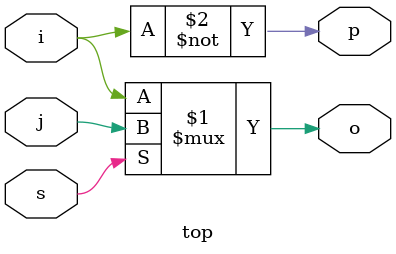
<source format=v>
module top(input i, j, s, output o, p);
assign o = s ? j : i;
assign p = ~i;
endmodule

</source>
